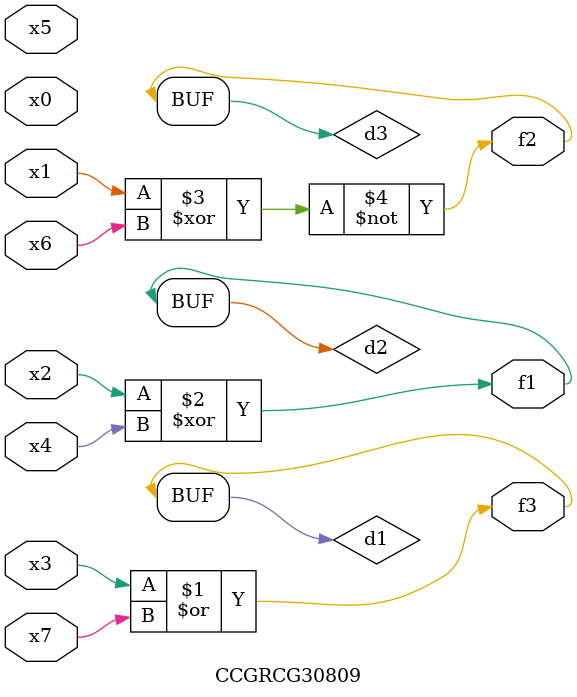
<source format=v>
module CCGRCG30809(
	input x0, x1, x2, x3, x4, x5, x6, x7,
	output f1, f2, f3
);

	wire d1, d2, d3;

	or (d1, x3, x7);
	xor (d2, x2, x4);
	xnor (d3, x1, x6);
	assign f1 = d2;
	assign f2 = d3;
	assign f3 = d1;
endmodule

</source>
